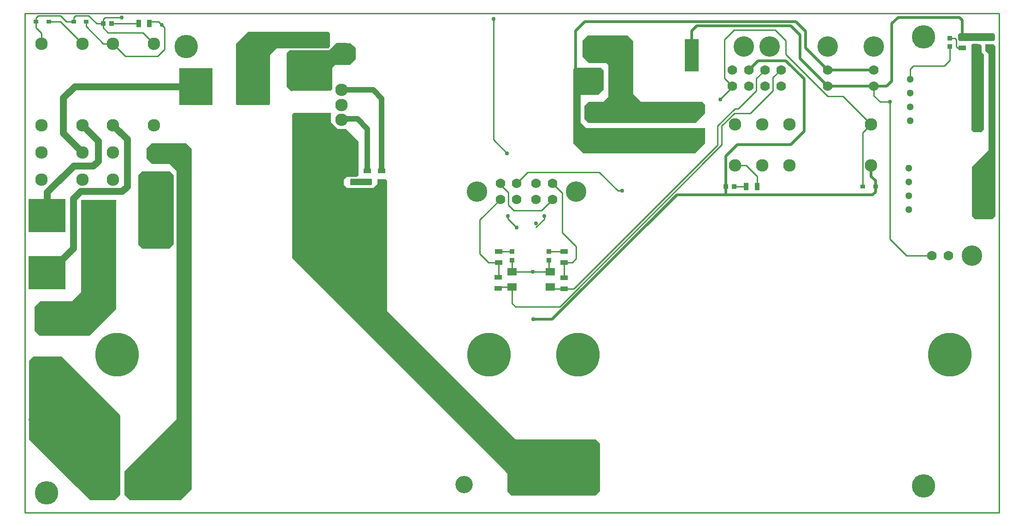
<source format=gtl>
G04*
G04 #@! TF.GenerationSoftware,Altium Limited,Altium Designer,18.1.11 (251)*
G04*
G04 Layer_Physical_Order=1*
G04 Layer_Color=255*
%FSLAX25Y25*%
%MOIN*%
G70*
G01*
G75*
%ADD10C,0.01000*%
%ADD15C,0.03000*%
%ADD16R,0.03543X0.05315*%
%ADD17R,0.05315X0.03543*%
%ADD18R,0.06890X0.05709*%
%ADD19R,0.03543X0.03740*%
%ADD20R,0.03740X0.03543*%
%ADD21R,0.10236X0.23622*%
%ADD22R,0.17126X0.08268*%
%ADD23R,0.24016X0.26575*%
%ADD24R,0.26575X0.24016*%
%ADD25R,0.03543X0.02559*%
%ADD26R,0.25197X0.05906*%
%ADD27R,0.25984X0.05906*%
%ADD49C,0.02000*%
%ADD50C,0.05000*%
%ADD51C,0.04000*%
%ADD52C,0.14800*%
%ADD53C,0.07000*%
%ADD54C,0.11811*%
%ADD55C,0.09055*%
%ADD56C,0.12598*%
%ADD57C,0.16929*%
%ADD58C,0.05118*%
%ADD59C,0.31496*%
G36*
X701500Y346000D02*
X701500Y342500D01*
X700500Y341500D01*
X676000D01*
X675008Y342492D01*
X675000Y342534D01*
X675000Y346000D01*
X676000Y347000D01*
X700500D01*
X701500Y346000D01*
D02*
G37*
G36*
X701900Y337600D02*
X701900Y214900D01*
X699500Y212500D01*
X687100Y212500D01*
X684800Y214800D01*
X684800Y250200D01*
X697000Y262400D01*
X697000Y331985D01*
X694385Y334298D01*
Y339000D01*
X697000Y339000D01*
X700500Y339000D01*
X701900Y337600D01*
D02*
G37*
G36*
X220500Y347200D02*
Y337300D01*
X219300Y336100D01*
Y336000D01*
X215400Y336000D01*
X182000Y336000D01*
X177300Y331300D01*
X177300Y296600D01*
X175800Y295100D01*
X153400Y295100D01*
X152400Y296100D01*
Y339400D01*
X161100Y348100D01*
X219600D01*
X220500Y347200D01*
D02*
G37*
G36*
X235300Y339900D02*
X239300Y336300D01*
Y328400D01*
X235100Y324200D01*
X224100D01*
X222100Y322200D01*
X222100Y306900D01*
X220717Y305517D01*
X213581D01*
X213509Y305511D01*
X213437Y305517D01*
X193947Y305342D01*
X192734Y305235D01*
X192208Y305192D01*
X189100Y308300D01*
X189100Y310500D01*
X189100Y332500D01*
X191300Y334700D01*
X220200Y334700D01*
Y335000D01*
X225200Y340000D01*
X229900D01*
X235300Y339900D01*
D02*
G37*
G36*
X416600Y322100D02*
X418500Y320200D01*
X418500Y306500D01*
X414490Y302490D01*
X402000Y302490D01*
X402000Y282300D01*
X405800Y278500D01*
X492000Y278500D01*
X492000Y267500D01*
X484700Y260200D01*
X403800Y260200D01*
X396500Y267500D01*
X396500Y321000D01*
X397600Y322100D01*
X416600Y322100D01*
D02*
G37*
G36*
X440000Y341500D02*
X440000Y303000D01*
X445500Y297500D01*
X490000Y297500D01*
X492000Y295500D01*
X492000Y289000D01*
X485200Y282200D01*
X407500Y282200D01*
X404500Y285200D01*
X404500Y294400D01*
X407600Y297500D01*
X418300Y297500D01*
X422000Y301200D01*
X422000Y323700D01*
X420400Y325300D01*
X407900Y325300D01*
X403200Y329999D01*
X403200Y341637D01*
X407063Y345500D01*
X436000Y345500D01*
X440000Y341500D01*
D02*
G37*
G36*
X690800Y339000D02*
X691700Y338100D01*
X691700Y333400D01*
X693500Y331600D01*
X693500Y277300D01*
X691700Y275500D01*
X686000D01*
X684500Y277000D01*
X684400D01*
Y338500D01*
X685200Y339300D01*
X687700D01*
X690800Y339000D01*
D02*
G37*
G36*
X248200Y241800D02*
X250500D01*
X250900Y241500D01*
Y237700D01*
X250200Y237000D01*
X235500Y237000D01*
X235100Y237400D01*
Y241330D01*
X235570Y241800D01*
X248200Y241800D01*
D02*
G37*
G36*
X104900Y247200D02*
X107500Y244600D01*
Y194400D01*
X104300Y191200D01*
X84700D01*
X81800Y194100D01*
Y244400D01*
X81700Y244500D01*
X84400Y247200D01*
X94600D01*
X104900Y247200D01*
D02*
G37*
G36*
X66140Y226038D02*
X66000Y225898D01*
X66000Y147500D01*
X46500Y128000D01*
X10500Y128000D01*
X7000Y131500D01*
Y149000D01*
X11000Y153000D01*
X34000D01*
X40500Y159500D01*
Y226500D01*
X65949D01*
X66140Y226038D01*
D02*
G37*
G36*
X221218Y282438D02*
X226039Y277700D01*
X232300Y277700D01*
X241357Y268643D01*
X241190Y244293D01*
X240147Y243242D01*
X232513Y243130D01*
X230500Y241087D01*
Y237500D01*
X233000Y235000D01*
X252000D01*
X255000Y238000D01*
X255000Y241500D01*
X261000D01*
X262000Y240500D01*
Y207000D01*
X262000Y146000D01*
X355000Y53000D01*
X412700Y53000D01*
X416000Y49700D01*
X416000Y15700D01*
X412800Y12500D01*
X352000D01*
X349000Y15500D01*
Y28500D01*
X193100Y184400D01*
X193206Y288400D01*
X194091Y289293D01*
X213581Y289468D01*
X221095D01*
X221218Y282438D01*
D02*
G37*
G36*
X120500Y263500D02*
X120500Y17000D01*
X112500Y9000D01*
X76000Y9000D01*
X72000Y13000D01*
Y30000D01*
X109500Y67500D01*
Y247500D01*
X104500Y252500D01*
X91700Y252500D01*
X87700Y256500D01*
X87700Y263800D01*
X91400Y267500D01*
X116500Y267500D01*
X120500Y263500D01*
D02*
G37*
G36*
X69000Y70500D02*
X69000Y13000D01*
X65000Y9000D01*
X47100Y9000D01*
X37500Y18600D01*
X28600Y27500D01*
X2900Y53200D01*
X2900Y109900D01*
X6000Y113000D01*
X26500D01*
X69000Y70500D01*
D02*
G37*
D10*
X637600Y186100D02*
X655900D01*
X625500Y198200D02*
X637600Y186100D01*
X625500Y198200D02*
Y297400D01*
X338800Y270000D02*
X348600Y260200D01*
X338800Y270000D02*
Y357300D01*
X349400Y222800D02*
Y231700D01*
Y222800D02*
X353500Y218700D01*
X343700Y237400D02*
X349400Y231700D01*
X343700Y237400D02*
Y238500D01*
X328900Y212100D02*
X343700Y226700D01*
X328900Y187500D02*
Y212100D01*
X354700Y149000D02*
X386700D01*
X352200Y151500D02*
X354700Y149000D01*
X352200Y151500D02*
Y160863D01*
X335137Y181263D02*
X342400D01*
X328900Y187500D02*
X335137Y181263D01*
X349100Y212700D02*
X355500Y206300D01*
X349100Y212700D02*
Y214800D01*
X369600Y206800D02*
X375400Y212600D01*
Y214900D01*
X369600Y206500D02*
Y206800D01*
X389700Y181163D02*
X395763D01*
X388500Y202700D02*
Y231400D01*
X395763Y181163D02*
X398600Y184000D01*
Y192700D01*
X388600Y202700D02*
X398600Y192700D01*
X388500Y202700D02*
X388600D01*
X363400Y246400D02*
X415300D01*
X355500Y238500D02*
X363400Y246400D01*
X428700Y233000D02*
X431900D01*
X415300Y246400D02*
X428700Y233000D01*
X381400Y238500D02*
X388500Y231400D01*
X373400Y218700D02*
X381400Y226700D01*
X353500Y218700D02*
X373400D01*
X504000Y266300D02*
Y279949D01*
X386700Y149000D02*
X504000Y266300D01*
X501000Y266128D02*
Y280000D01*
X396935Y162063D02*
X501000Y266128D01*
X389900Y162063D02*
X396935D01*
X379600Y174212D02*
X379700Y174312D01*
X352300Y174412D02*
X379600D01*
X343025Y163388D02*
X349400D01*
X352300Y174412D02*
Y182849D01*
X378900Y175112D02*
X379700Y174312D01*
X378900Y175112D02*
Y182849D01*
X389614Y188951D02*
X389700Y189037D01*
X378900Y188951D02*
X389614D01*
X342400Y189137D02*
X352114D01*
X342400Y170637D02*
Y181263D01*
X380925Y162063D02*
X389900D01*
X389700Y170137D02*
Y181163D01*
X512900Y349500D02*
X542600D01*
X505700Y342300D02*
X512900Y349500D01*
X505700Y314600D02*
Y342300D01*
X529437Y236000D02*
Y243463D01*
X521428Y251472D02*
X529437Y243463D01*
X513575Y251472D02*
X521428D01*
X618400Y297400D02*
X625500D01*
X614000Y301800D02*
X618400Y297400D01*
X614000Y301800D02*
Y308700D01*
X503200Y299800D02*
X511600Y308200D01*
X229201Y309433D02*
X232534Y306100D01*
X9645Y359700D02*
X25500D01*
X7972Y358028D02*
X9645Y359700D01*
X29700Y355500D02*
X35072D01*
X25500Y359700D02*
X29700Y355500D01*
X669000Y327600D02*
Y337449D01*
X665000Y323600D02*
X669000Y327600D01*
X642600Y323600D02*
X665000D01*
X640191Y321191D02*
X642600Y323600D01*
X640191Y313700D02*
Y321191D01*
X505700Y314600D02*
X511600Y308700D01*
X229201Y287740D02*
X231941Y285000D01*
X529000Y314300D02*
X535200Y320500D01*
X529000Y305500D02*
Y314300D01*
X542600Y349500D02*
X550200Y341900D01*
Y331929D02*
Y341900D01*
Y331929D02*
X580629Y301500D01*
X56449Y354000D02*
Y356949D01*
Y351051D02*
Y354000D01*
X51900D02*
X56449D01*
X46000Y359900D02*
X51900Y354000D01*
X36500Y359900D02*
X46000D01*
X35072Y358472D02*
X36500Y359900D01*
X35072Y355500D02*
Y358472D01*
X89937Y355500D02*
X96500D01*
X56445Y339555D02*
X63500D01*
X44028Y351972D02*
Y354300D01*
Y351972D02*
X56445Y339555D01*
X225805Y332100D02*
X229201Y335496D01*
X56449Y356949D02*
X57800Y358300D01*
X70000D01*
X96500Y355500D02*
X98750Y353250D01*
X62551Y354000D02*
X82063D01*
X98750Y353250D02*
X101000Y351000D01*
Y335500D02*
Y351000D01*
X7972Y355500D02*
Y358028D01*
X674437Y336563D02*
X678000D01*
X673500Y337500D02*
X674437Y336563D01*
X673500Y337500D02*
Y342387D01*
X672387Y343500D02*
X673500Y342387D01*
X669051Y343500D02*
X672387D01*
X669000Y343551D02*
X669051Y343500D01*
X94000Y213169D02*
X94669Y212500D01*
X513051Y289000D02*
X524500D01*
X504000Y279949D02*
X513051Y289000D01*
X516000Y292500D02*
X529000Y305500D01*
X513500Y292500D02*
X516000D01*
X501000Y280000D02*
X513500Y292500D01*
X524500Y289000D02*
X541000Y305500D01*
X511600Y308200D02*
Y308700D01*
X541000Y305500D02*
Y315000D01*
X546500Y320500D01*
X547000D01*
X563480Y276000D02*
X563500D01*
X580629Y301500D02*
X591500D01*
X612000Y281000D01*
X60000Y347500D02*
X85083D01*
X56449Y351051D02*
X60000Y347500D01*
X85083D02*
X93028Y339555D01*
X63500D02*
X72555Y330500D01*
X96000D01*
X101000Y335500D01*
X82063Y355500D02*
X82449Y355114D01*
X605972Y236000D02*
Y274972D01*
X612000Y281000D01*
X16000Y173831D02*
X17279D01*
X97339Y210500D02*
Y211779D01*
X11972Y339555D02*
Y347000D01*
X7972Y351000D02*
X11972Y347000D01*
X7972Y351000D02*
Y355500D01*
X25500D02*
X41445Y339555D01*
X41500D01*
X17028Y355500D02*
X25500D01*
X513000Y236000D02*
X521563D01*
X0Y0D02*
Y361500D01*
Y0D02*
X704500D01*
Y361500D01*
X0D02*
X704500D01*
D15*
X625500Y297400D02*
D03*
X98750Y353250D02*
D03*
X502700Y299100D02*
D03*
X369600Y209400D02*
D03*
X4000Y67500D02*
D03*
X355500Y206300D02*
D03*
X348600Y260200D02*
D03*
X367500Y140100D02*
D03*
X367200Y174500D02*
D03*
X375400Y214900D02*
D03*
X349100Y214800D02*
D03*
X431900Y233000D02*
D03*
X338800Y357300D02*
D03*
X70000Y358300D02*
D03*
D16*
X82063Y354000D02*
D03*
X89937D02*
D03*
X521563Y236000D02*
D03*
X529437D02*
D03*
D17*
X697500Y336563D02*
D03*
Y344437D02*
D03*
X688000Y336563D02*
D03*
Y344437D02*
D03*
X247500Y247437D02*
D03*
Y239563D02*
D03*
X678000Y336563D02*
D03*
Y344437D02*
D03*
X258000Y247374D02*
D03*
Y239500D02*
D03*
X193800Y331263D02*
D03*
Y339137D02*
D03*
X389700Y189037D02*
D03*
Y181163D02*
D03*
X342400Y189137D02*
D03*
Y181263D02*
D03*
X389900Y169937D02*
D03*
Y162063D02*
D03*
X342200Y170437D02*
D03*
Y162563D02*
D03*
D18*
X379700Y174312D02*
D03*
Y163288D02*
D03*
X352300Y174412D02*
D03*
Y163388D02*
D03*
D19*
X62551Y354000D02*
D03*
X56449D02*
D03*
X513000Y236000D02*
D03*
X506898D02*
D03*
D20*
X669000Y343551D02*
D03*
Y337449D02*
D03*
X238000Y245651D02*
D03*
Y239549D02*
D03*
X378900Y188951D02*
D03*
Y182849D02*
D03*
X352300Y188951D02*
D03*
Y182849D02*
D03*
D21*
X482205Y331000D02*
D03*
X432795D02*
D03*
D22*
X210200Y329890D02*
D03*
Y341110D02*
D03*
D23*
X94669Y212500D02*
D03*
X53331D02*
D03*
X123431Y308500D02*
D03*
X164769D02*
D03*
D24*
X16000Y173831D02*
D03*
Y215169D02*
D03*
D25*
X44128Y355500D02*
D03*
X35072D02*
D03*
X605972Y236000D02*
D03*
X615028D02*
D03*
X17028Y355500D02*
D03*
X7972D02*
D03*
D26*
X475000Y269779D02*
D03*
X440500D02*
D03*
X207500Y308420D02*
D03*
D27*
X475000Y292220D02*
D03*
X440500D02*
D03*
X207500Y285980D02*
D03*
D49*
X367500Y140100D02*
X381335D01*
X471435Y230200D02*
X507000D01*
X381335Y140100D02*
X471435Y230200D01*
X553880Y266400D02*
X563480Y276000D01*
X515300Y266400D02*
X553880D01*
X506898Y257998D02*
X515300Y266400D01*
X507000Y230200D02*
Y236000D01*
X506898D02*
Y257998D01*
X564500Y336500D02*
Y348400D01*
X557400Y355500D02*
X564500Y348400D01*
X405000Y355500D02*
X557400D01*
X398300Y348800D02*
X405000Y355500D01*
X398300Y316200D02*
Y348800D01*
X530100Y327200D02*
X550300D01*
X523400Y320500D02*
X530100Y327200D01*
X550300D02*
X563500Y314000D01*
X615028Y236000D02*
Y240572D01*
X612000Y243600D02*
X615028Y240572D01*
X612000Y243600D02*
Y251472D01*
X507000Y230000D02*
X613000D01*
X615028Y232028D01*
Y236000D01*
X563500Y276000D02*
Y314000D01*
X560500Y328700D02*
Y345914D01*
X553914Y352500D02*
X560500Y345914D01*
X486000Y352500D02*
X553914D01*
X482205Y348705D02*
X486000Y352500D01*
X482205Y331000D02*
Y348705D01*
X560500Y328700D02*
X580500Y308700D01*
X564500Y336500D02*
X580500Y320500D01*
Y308700D02*
X614000D01*
X678000Y344437D02*
Y356500D01*
X676000Y358500D02*
X678000Y356500D01*
X631500Y358500D02*
X676000D01*
X627000Y354000D02*
X631500Y358500D01*
X627000Y312500D02*
Y354000D01*
X623200Y308700D02*
X627000Y312500D01*
X614000Y308700D02*
X623200D01*
X580500Y320500D02*
X614000D01*
D50*
X41500Y280500D02*
X52800Y269200D01*
Y254600D02*
Y269200D01*
X49300Y251100D02*
X52800Y254600D01*
X35100Y251100D02*
X49300D01*
X16000Y232000D02*
X35100Y251100D01*
X40200Y232700D02*
X70300D01*
X34800Y227300D02*
X40200Y232700D01*
X34800Y191351D02*
Y227300D01*
X70300Y232700D02*
X73700Y236100D01*
X17279Y173831D02*
X34800Y191351D01*
X63500Y280500D02*
X73700Y270300D01*
Y236100D02*
Y270300D01*
X94000Y213169D02*
Y214700D01*
X35800Y308500D02*
X123431D01*
X27600Y300300D02*
X35800Y308500D01*
X27600Y274715D02*
Y300300D01*
Y274715D02*
X41500Y260815D01*
X16000Y215169D02*
Y232000D01*
D51*
X251800Y306100D02*
X258000Y299900D01*
X232534Y306100D02*
X251800D01*
X240400Y285000D02*
X247500Y277900D01*
Y248600D02*
Y277900D01*
X231941Y285000D02*
X240400D01*
X258000Y248700D02*
Y299900D01*
D52*
X684700Y186100D02*
D03*
X398400Y232600D02*
D03*
X326700D02*
D03*
X614000Y337500D02*
D03*
X580500D02*
D03*
X538500D02*
D03*
X520000D02*
D03*
D53*
X667700Y186100D02*
D03*
X655900D02*
D03*
X381400Y226700D02*
D03*
Y238500D02*
D03*
X369600D02*
D03*
Y226700D02*
D03*
X343700Y238500D02*
D03*
Y226700D02*
D03*
X355500D02*
D03*
Y238500D02*
D03*
X614000Y320500D02*
D03*
Y308700D02*
D03*
X580500Y320500D02*
D03*
Y308700D02*
D03*
X547000D02*
D03*
X535200D02*
D03*
Y320500D02*
D03*
X547000D02*
D03*
X523400D02*
D03*
X511600D02*
D03*
Y308700D02*
D03*
X523400D02*
D03*
D54*
X411598Y268116D02*
D03*
Y289769D02*
D03*
Y333076D02*
D03*
Y311423D02*
D03*
X229000Y332092D02*
D03*
Y269100D02*
D03*
X397000Y37000D02*
D03*
Y21000D02*
D03*
X62500Y20500D02*
D03*
X78500D02*
D03*
D55*
X229000Y284336D02*
D03*
Y306029D02*
D03*
Y295163D02*
D03*
X63500Y339555D02*
D03*
X93028D02*
D03*
Y280500D02*
D03*
X63500D02*
D03*
X93028Y260815D02*
D03*
X63500D02*
D03*
X93028Y241130D02*
D03*
X63500D02*
D03*
X11972Y339555D02*
D03*
X41500D02*
D03*
Y280500D02*
D03*
X11972D02*
D03*
X41500Y260815D02*
D03*
X11972D02*
D03*
X41500Y241130D02*
D03*
X11972D02*
D03*
X612000Y281000D02*
D03*
Y251472D02*
D03*
X552945D02*
D03*
Y281000D02*
D03*
X533260Y251472D02*
D03*
Y281000D02*
D03*
X513575Y251472D02*
D03*
Y281000D02*
D03*
D56*
X16000Y95342D02*
D03*
Y135500D02*
D03*
X317500Y20500D02*
D03*
X357658D02*
D03*
D57*
X650000Y19500D02*
D03*
X15500Y14500D02*
D03*
X650000Y344500D02*
D03*
X116400Y337600D02*
D03*
D58*
X639200Y219300D02*
D03*
Y229300D02*
D03*
Y239300D02*
D03*
X688610Y219300D02*
D03*
Y229300D02*
D03*
Y239300D02*
D03*
X639200Y249300D02*
D03*
X688610D02*
D03*
X640191Y283700D02*
D03*
Y293700D02*
D03*
Y303700D02*
D03*
X689600Y283700D02*
D03*
Y293700D02*
D03*
Y303700D02*
D03*
X640191Y313700D02*
D03*
X689600D02*
D03*
D59*
X668898Y114500D02*
D03*
X400000D02*
D03*
X335500D02*
D03*
X66602D02*
D03*
M02*

</source>
